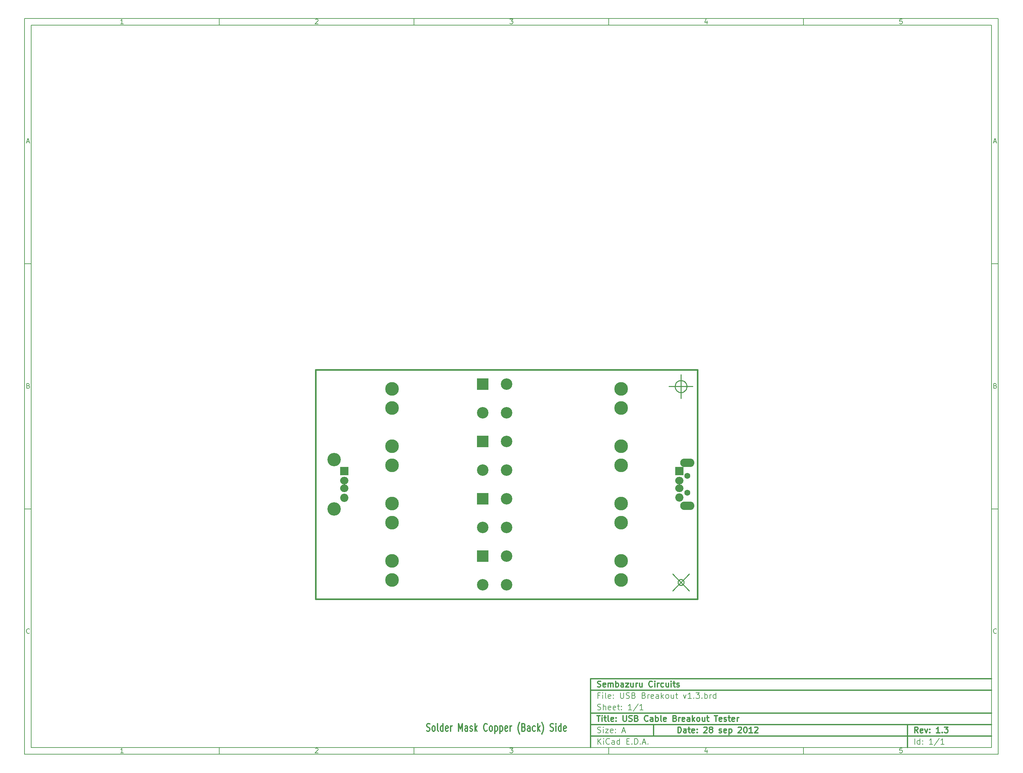
<source format=gbs>
G04 (created by PCBNEW-RS274X (2012-01-19 BZR 3256)-stable) date 28/09/2012 17:59:23*
G01*
G70*
G90*
%MOIN*%
G04 Gerber Fmt 3.4, Leading zero omitted, Abs format*
%FSLAX34Y34*%
G04 APERTURE LIST*
%ADD10C,0.006000*%
%ADD11C,0.012000*%
%ADD12C,0.010000*%
%ADD13C,0.015000*%
%ADD14R,0.120000X0.120000*%
%ADD15C,0.120000*%
%ADD16R,0.086200X0.086200*%
%ADD17O,0.086200X0.079100*%
%ADD18C,0.086200*%
%ADD19O,0.148400X0.089400*%
%ADD20C,0.063300*%
%ADD21C,0.140600*%
%ADD22C,0.143000*%
G04 APERTURE END LIST*
G54D10*
X-30500Y36750D02*
X71500Y36750D01*
X71500Y-40250D01*
X-30500Y-40250D01*
X-30500Y36750D01*
X-29800Y36050D02*
X70800Y36050D01*
X70800Y-39550D01*
X-29800Y-39550D01*
X-29800Y36050D01*
X-10100Y36750D02*
X-10100Y36050D01*
X-20157Y36198D02*
X-20443Y36198D01*
X-20300Y36198D02*
X-20300Y36698D01*
X-20348Y36626D01*
X-20395Y36579D01*
X-20443Y36555D01*
X-10100Y-40250D02*
X-10100Y-39550D01*
X-20157Y-40102D02*
X-20443Y-40102D01*
X-20300Y-40102D02*
X-20300Y-39602D01*
X-20348Y-39674D01*
X-20395Y-39721D01*
X-20443Y-39745D01*
X10300Y36750D02*
X10300Y36050D01*
X-00043Y36650D02*
X-00019Y36674D01*
X00029Y36698D01*
X00148Y36698D01*
X00195Y36674D01*
X00219Y36650D01*
X00243Y36602D01*
X00243Y36555D01*
X00219Y36483D01*
X-00067Y36198D01*
X00243Y36198D01*
X10300Y-40250D02*
X10300Y-39550D01*
X-00043Y-39650D02*
X-00019Y-39626D01*
X00029Y-39602D01*
X00148Y-39602D01*
X00195Y-39626D01*
X00219Y-39650D01*
X00243Y-39698D01*
X00243Y-39745D01*
X00219Y-39817D01*
X-00067Y-40102D01*
X00243Y-40102D01*
X30700Y36750D02*
X30700Y36050D01*
X20333Y36698D02*
X20643Y36698D01*
X20476Y36507D01*
X20548Y36507D01*
X20595Y36483D01*
X20619Y36460D01*
X20643Y36412D01*
X20643Y36293D01*
X20619Y36245D01*
X20595Y36221D01*
X20548Y36198D01*
X20405Y36198D01*
X20357Y36221D01*
X20333Y36245D01*
X30700Y-40250D02*
X30700Y-39550D01*
X20333Y-39602D02*
X20643Y-39602D01*
X20476Y-39793D01*
X20548Y-39793D01*
X20595Y-39817D01*
X20619Y-39840D01*
X20643Y-39888D01*
X20643Y-40007D01*
X20619Y-40055D01*
X20595Y-40079D01*
X20548Y-40102D01*
X20405Y-40102D01*
X20357Y-40079D01*
X20333Y-40055D01*
X51100Y36750D02*
X51100Y36050D01*
X40995Y36531D02*
X40995Y36198D01*
X40876Y36721D02*
X40757Y36364D01*
X41067Y36364D01*
X51100Y-40250D02*
X51100Y-39550D01*
X40995Y-39769D02*
X40995Y-40102D01*
X40876Y-39579D02*
X40757Y-39936D01*
X41067Y-39936D01*
X61419Y36698D02*
X61181Y36698D01*
X61157Y36460D01*
X61181Y36483D01*
X61229Y36507D01*
X61348Y36507D01*
X61395Y36483D01*
X61419Y36460D01*
X61443Y36412D01*
X61443Y36293D01*
X61419Y36245D01*
X61395Y36221D01*
X61348Y36198D01*
X61229Y36198D01*
X61181Y36221D01*
X61157Y36245D01*
X61419Y-39602D02*
X61181Y-39602D01*
X61157Y-39840D01*
X61181Y-39817D01*
X61229Y-39793D01*
X61348Y-39793D01*
X61395Y-39817D01*
X61419Y-39840D01*
X61443Y-39888D01*
X61443Y-40007D01*
X61419Y-40055D01*
X61395Y-40079D01*
X61348Y-40102D01*
X61229Y-40102D01*
X61181Y-40079D01*
X61157Y-40055D01*
X-30500Y11090D02*
X-29800Y11090D01*
X-30269Y23860D02*
X-30031Y23860D01*
X-30316Y23718D02*
X-30150Y24218D01*
X-29983Y23718D01*
X71500Y11090D02*
X70800Y11090D01*
X71031Y23860D02*
X71269Y23860D01*
X70984Y23718D02*
X71150Y24218D01*
X71317Y23718D01*
X-30500Y-14570D02*
X-29800Y-14570D01*
X-30114Y-01680D02*
X-30043Y-01704D01*
X-30019Y-01728D01*
X-29995Y-01776D01*
X-29995Y-01847D01*
X-30019Y-01895D01*
X-30043Y-01919D01*
X-30090Y-01942D01*
X-30281Y-01942D01*
X-30281Y-01442D01*
X-30114Y-01442D01*
X-30067Y-01466D01*
X-30043Y-01490D01*
X-30019Y-01538D01*
X-30019Y-01585D01*
X-30043Y-01633D01*
X-30067Y-01657D01*
X-30114Y-01680D01*
X-30281Y-01680D01*
X71500Y-14570D02*
X70800Y-14570D01*
X71186Y-01680D02*
X71257Y-01704D01*
X71281Y-01728D01*
X71305Y-01776D01*
X71305Y-01847D01*
X71281Y-01895D01*
X71257Y-01919D01*
X71210Y-01942D01*
X71019Y-01942D01*
X71019Y-01442D01*
X71186Y-01442D01*
X71233Y-01466D01*
X71257Y-01490D01*
X71281Y-01538D01*
X71281Y-01585D01*
X71257Y-01633D01*
X71233Y-01657D01*
X71186Y-01680D01*
X71019Y-01680D01*
X-29995Y-27555D02*
X-30019Y-27579D01*
X-30090Y-27602D01*
X-30138Y-27602D01*
X-30210Y-27579D01*
X-30257Y-27531D01*
X-30281Y-27483D01*
X-30305Y-27388D01*
X-30305Y-27317D01*
X-30281Y-27221D01*
X-30257Y-27174D01*
X-30210Y-27126D01*
X-30138Y-27102D01*
X-30090Y-27102D01*
X-30019Y-27126D01*
X-29995Y-27150D01*
X71305Y-27555D02*
X71281Y-27579D01*
X71210Y-27602D01*
X71162Y-27602D01*
X71090Y-27579D01*
X71043Y-27531D01*
X71019Y-27483D01*
X70995Y-27388D01*
X70995Y-27317D01*
X71019Y-27221D01*
X71043Y-27174D01*
X71090Y-27126D01*
X71162Y-27102D01*
X71210Y-27102D01*
X71281Y-27126D01*
X71305Y-27150D01*
G54D11*
X37943Y-37993D02*
X37943Y-37393D01*
X38086Y-37393D01*
X38171Y-37421D01*
X38229Y-37479D01*
X38257Y-37536D01*
X38286Y-37650D01*
X38286Y-37736D01*
X38257Y-37850D01*
X38229Y-37907D01*
X38171Y-37964D01*
X38086Y-37993D01*
X37943Y-37993D01*
X38800Y-37993D02*
X38800Y-37679D01*
X38771Y-37621D01*
X38714Y-37593D01*
X38600Y-37593D01*
X38543Y-37621D01*
X38800Y-37964D02*
X38743Y-37993D01*
X38600Y-37993D01*
X38543Y-37964D01*
X38514Y-37907D01*
X38514Y-37850D01*
X38543Y-37793D01*
X38600Y-37764D01*
X38743Y-37764D01*
X38800Y-37736D01*
X39000Y-37593D02*
X39229Y-37593D01*
X39086Y-37393D02*
X39086Y-37907D01*
X39114Y-37964D01*
X39172Y-37993D01*
X39229Y-37993D01*
X39657Y-37964D02*
X39600Y-37993D01*
X39486Y-37993D01*
X39429Y-37964D01*
X39400Y-37907D01*
X39400Y-37679D01*
X39429Y-37621D01*
X39486Y-37593D01*
X39600Y-37593D01*
X39657Y-37621D01*
X39686Y-37679D01*
X39686Y-37736D01*
X39400Y-37793D01*
X39943Y-37936D02*
X39971Y-37964D01*
X39943Y-37993D01*
X39914Y-37964D01*
X39943Y-37936D01*
X39943Y-37993D01*
X39943Y-37621D02*
X39971Y-37650D01*
X39943Y-37679D01*
X39914Y-37650D01*
X39943Y-37621D01*
X39943Y-37679D01*
X40657Y-37450D02*
X40686Y-37421D01*
X40743Y-37393D01*
X40886Y-37393D01*
X40943Y-37421D01*
X40972Y-37450D01*
X41000Y-37507D01*
X41000Y-37564D01*
X40972Y-37650D01*
X40629Y-37993D01*
X41000Y-37993D01*
X41343Y-37650D02*
X41285Y-37621D01*
X41257Y-37593D01*
X41228Y-37536D01*
X41228Y-37507D01*
X41257Y-37450D01*
X41285Y-37421D01*
X41343Y-37393D01*
X41457Y-37393D01*
X41514Y-37421D01*
X41543Y-37450D01*
X41571Y-37507D01*
X41571Y-37536D01*
X41543Y-37593D01*
X41514Y-37621D01*
X41457Y-37650D01*
X41343Y-37650D01*
X41285Y-37679D01*
X41257Y-37707D01*
X41228Y-37764D01*
X41228Y-37879D01*
X41257Y-37936D01*
X41285Y-37964D01*
X41343Y-37993D01*
X41457Y-37993D01*
X41514Y-37964D01*
X41543Y-37936D01*
X41571Y-37879D01*
X41571Y-37764D01*
X41543Y-37707D01*
X41514Y-37679D01*
X41457Y-37650D01*
X42256Y-37964D02*
X42313Y-37993D01*
X42428Y-37993D01*
X42485Y-37964D01*
X42513Y-37907D01*
X42513Y-37879D01*
X42485Y-37821D01*
X42428Y-37793D01*
X42342Y-37793D01*
X42285Y-37764D01*
X42256Y-37707D01*
X42256Y-37679D01*
X42285Y-37621D01*
X42342Y-37593D01*
X42428Y-37593D01*
X42485Y-37621D01*
X42999Y-37964D02*
X42942Y-37993D01*
X42828Y-37993D01*
X42771Y-37964D01*
X42742Y-37907D01*
X42742Y-37679D01*
X42771Y-37621D01*
X42828Y-37593D01*
X42942Y-37593D01*
X42999Y-37621D01*
X43028Y-37679D01*
X43028Y-37736D01*
X42742Y-37793D01*
X43285Y-37593D02*
X43285Y-38193D01*
X43285Y-37621D02*
X43342Y-37593D01*
X43456Y-37593D01*
X43513Y-37621D01*
X43542Y-37650D01*
X43571Y-37707D01*
X43571Y-37879D01*
X43542Y-37936D01*
X43513Y-37964D01*
X43456Y-37993D01*
X43342Y-37993D01*
X43285Y-37964D01*
X44256Y-37450D02*
X44285Y-37421D01*
X44342Y-37393D01*
X44485Y-37393D01*
X44542Y-37421D01*
X44571Y-37450D01*
X44599Y-37507D01*
X44599Y-37564D01*
X44571Y-37650D01*
X44228Y-37993D01*
X44599Y-37993D01*
X44970Y-37393D02*
X45027Y-37393D01*
X45084Y-37421D01*
X45113Y-37450D01*
X45142Y-37507D01*
X45170Y-37621D01*
X45170Y-37764D01*
X45142Y-37879D01*
X45113Y-37936D01*
X45084Y-37964D01*
X45027Y-37993D01*
X44970Y-37993D01*
X44913Y-37964D01*
X44884Y-37936D01*
X44856Y-37879D01*
X44827Y-37764D01*
X44827Y-37621D01*
X44856Y-37507D01*
X44884Y-37450D01*
X44913Y-37421D01*
X44970Y-37393D01*
X45741Y-37993D02*
X45398Y-37993D01*
X45570Y-37993D02*
X45570Y-37393D01*
X45513Y-37479D01*
X45455Y-37536D01*
X45398Y-37564D01*
X45969Y-37450D02*
X45998Y-37421D01*
X46055Y-37393D01*
X46198Y-37393D01*
X46255Y-37421D01*
X46284Y-37450D01*
X46312Y-37507D01*
X46312Y-37564D01*
X46284Y-37650D01*
X45941Y-37993D01*
X46312Y-37993D01*
G54D10*
X29543Y-39193D02*
X29543Y-38593D01*
X29886Y-39193D02*
X29629Y-38850D01*
X29886Y-38593D02*
X29543Y-38936D01*
X30143Y-39193D02*
X30143Y-38793D01*
X30143Y-38593D02*
X30114Y-38621D01*
X30143Y-38650D01*
X30171Y-38621D01*
X30143Y-38593D01*
X30143Y-38650D01*
X30772Y-39136D02*
X30743Y-39164D01*
X30657Y-39193D01*
X30600Y-39193D01*
X30515Y-39164D01*
X30457Y-39107D01*
X30429Y-39050D01*
X30400Y-38936D01*
X30400Y-38850D01*
X30429Y-38736D01*
X30457Y-38679D01*
X30515Y-38621D01*
X30600Y-38593D01*
X30657Y-38593D01*
X30743Y-38621D01*
X30772Y-38650D01*
X31286Y-39193D02*
X31286Y-38879D01*
X31257Y-38821D01*
X31200Y-38793D01*
X31086Y-38793D01*
X31029Y-38821D01*
X31286Y-39164D02*
X31229Y-39193D01*
X31086Y-39193D01*
X31029Y-39164D01*
X31000Y-39107D01*
X31000Y-39050D01*
X31029Y-38993D01*
X31086Y-38964D01*
X31229Y-38964D01*
X31286Y-38936D01*
X31829Y-39193D02*
X31829Y-38593D01*
X31829Y-39164D02*
X31772Y-39193D01*
X31658Y-39193D01*
X31600Y-39164D01*
X31572Y-39136D01*
X31543Y-39079D01*
X31543Y-38907D01*
X31572Y-38850D01*
X31600Y-38821D01*
X31658Y-38793D01*
X31772Y-38793D01*
X31829Y-38821D01*
X32572Y-38879D02*
X32772Y-38879D01*
X32858Y-39193D02*
X32572Y-39193D01*
X32572Y-38593D01*
X32858Y-38593D01*
X33115Y-39136D02*
X33143Y-39164D01*
X33115Y-39193D01*
X33086Y-39164D01*
X33115Y-39136D01*
X33115Y-39193D01*
X33401Y-39193D02*
X33401Y-38593D01*
X33544Y-38593D01*
X33629Y-38621D01*
X33687Y-38679D01*
X33715Y-38736D01*
X33744Y-38850D01*
X33744Y-38936D01*
X33715Y-39050D01*
X33687Y-39107D01*
X33629Y-39164D01*
X33544Y-39193D01*
X33401Y-39193D01*
X34001Y-39136D02*
X34029Y-39164D01*
X34001Y-39193D01*
X33972Y-39164D01*
X34001Y-39136D01*
X34001Y-39193D01*
X34258Y-39021D02*
X34544Y-39021D01*
X34201Y-39193D02*
X34401Y-38593D01*
X34601Y-39193D01*
X34801Y-39136D02*
X34829Y-39164D01*
X34801Y-39193D01*
X34772Y-39164D01*
X34801Y-39136D01*
X34801Y-39193D01*
G54D11*
X63086Y-37993D02*
X62886Y-37707D01*
X62743Y-37993D02*
X62743Y-37393D01*
X62971Y-37393D01*
X63029Y-37421D01*
X63057Y-37450D01*
X63086Y-37507D01*
X63086Y-37593D01*
X63057Y-37650D01*
X63029Y-37679D01*
X62971Y-37707D01*
X62743Y-37707D01*
X63571Y-37964D02*
X63514Y-37993D01*
X63400Y-37993D01*
X63343Y-37964D01*
X63314Y-37907D01*
X63314Y-37679D01*
X63343Y-37621D01*
X63400Y-37593D01*
X63514Y-37593D01*
X63571Y-37621D01*
X63600Y-37679D01*
X63600Y-37736D01*
X63314Y-37793D01*
X63800Y-37593D02*
X63943Y-37993D01*
X64085Y-37593D01*
X64314Y-37936D02*
X64342Y-37964D01*
X64314Y-37993D01*
X64285Y-37964D01*
X64314Y-37936D01*
X64314Y-37993D01*
X64314Y-37621D02*
X64342Y-37650D01*
X64314Y-37679D01*
X64285Y-37650D01*
X64314Y-37621D01*
X64314Y-37679D01*
X65371Y-37993D02*
X65028Y-37993D01*
X65200Y-37993D02*
X65200Y-37393D01*
X65143Y-37479D01*
X65085Y-37536D01*
X65028Y-37564D01*
X65628Y-37936D02*
X65656Y-37964D01*
X65628Y-37993D01*
X65599Y-37964D01*
X65628Y-37936D01*
X65628Y-37993D01*
X65857Y-37393D02*
X66228Y-37393D01*
X66028Y-37621D01*
X66114Y-37621D01*
X66171Y-37650D01*
X66200Y-37679D01*
X66228Y-37736D01*
X66228Y-37879D01*
X66200Y-37936D01*
X66171Y-37964D01*
X66114Y-37993D01*
X65942Y-37993D01*
X65885Y-37964D01*
X65857Y-37936D01*
G54D10*
X29514Y-37964D02*
X29600Y-37993D01*
X29743Y-37993D01*
X29800Y-37964D01*
X29829Y-37936D01*
X29857Y-37879D01*
X29857Y-37821D01*
X29829Y-37764D01*
X29800Y-37736D01*
X29743Y-37707D01*
X29629Y-37679D01*
X29571Y-37650D01*
X29543Y-37621D01*
X29514Y-37564D01*
X29514Y-37507D01*
X29543Y-37450D01*
X29571Y-37421D01*
X29629Y-37393D01*
X29771Y-37393D01*
X29857Y-37421D01*
X30114Y-37993D02*
X30114Y-37593D01*
X30114Y-37393D02*
X30085Y-37421D01*
X30114Y-37450D01*
X30142Y-37421D01*
X30114Y-37393D01*
X30114Y-37450D01*
X30343Y-37593D02*
X30657Y-37593D01*
X30343Y-37993D01*
X30657Y-37993D01*
X31114Y-37964D02*
X31057Y-37993D01*
X30943Y-37993D01*
X30886Y-37964D01*
X30857Y-37907D01*
X30857Y-37679D01*
X30886Y-37621D01*
X30943Y-37593D01*
X31057Y-37593D01*
X31114Y-37621D01*
X31143Y-37679D01*
X31143Y-37736D01*
X30857Y-37793D01*
X31400Y-37936D02*
X31428Y-37964D01*
X31400Y-37993D01*
X31371Y-37964D01*
X31400Y-37936D01*
X31400Y-37993D01*
X31400Y-37621D02*
X31428Y-37650D01*
X31400Y-37679D01*
X31371Y-37650D01*
X31400Y-37621D01*
X31400Y-37679D01*
X32114Y-37821D02*
X32400Y-37821D01*
X32057Y-37993D02*
X32257Y-37393D01*
X32457Y-37993D01*
X62743Y-39193D02*
X62743Y-38593D01*
X63286Y-39193D02*
X63286Y-38593D01*
X63286Y-39164D02*
X63229Y-39193D01*
X63115Y-39193D01*
X63057Y-39164D01*
X63029Y-39136D01*
X63000Y-39079D01*
X63000Y-38907D01*
X63029Y-38850D01*
X63057Y-38821D01*
X63115Y-38793D01*
X63229Y-38793D01*
X63286Y-38821D01*
X63572Y-39136D02*
X63600Y-39164D01*
X63572Y-39193D01*
X63543Y-39164D01*
X63572Y-39136D01*
X63572Y-39193D01*
X63572Y-38821D02*
X63600Y-38850D01*
X63572Y-38879D01*
X63543Y-38850D01*
X63572Y-38821D01*
X63572Y-38879D01*
X64629Y-39193D02*
X64286Y-39193D01*
X64458Y-39193D02*
X64458Y-38593D01*
X64401Y-38679D01*
X64343Y-38736D01*
X64286Y-38764D01*
X65314Y-38564D02*
X64800Y-39336D01*
X65829Y-39193D02*
X65486Y-39193D01*
X65658Y-39193D02*
X65658Y-38593D01*
X65601Y-38679D01*
X65543Y-38736D01*
X65486Y-38764D01*
G54D11*
X29457Y-36193D02*
X29800Y-36193D01*
X29629Y-36793D02*
X29629Y-36193D01*
X30000Y-36793D02*
X30000Y-36393D01*
X30000Y-36193D02*
X29971Y-36221D01*
X30000Y-36250D01*
X30028Y-36221D01*
X30000Y-36193D01*
X30000Y-36250D01*
X30200Y-36393D02*
X30429Y-36393D01*
X30286Y-36193D02*
X30286Y-36707D01*
X30314Y-36764D01*
X30372Y-36793D01*
X30429Y-36793D01*
X30715Y-36793D02*
X30657Y-36764D01*
X30629Y-36707D01*
X30629Y-36193D01*
X31171Y-36764D02*
X31114Y-36793D01*
X31000Y-36793D01*
X30943Y-36764D01*
X30914Y-36707D01*
X30914Y-36479D01*
X30943Y-36421D01*
X31000Y-36393D01*
X31114Y-36393D01*
X31171Y-36421D01*
X31200Y-36479D01*
X31200Y-36536D01*
X30914Y-36593D01*
X31457Y-36736D02*
X31485Y-36764D01*
X31457Y-36793D01*
X31428Y-36764D01*
X31457Y-36736D01*
X31457Y-36793D01*
X31457Y-36421D02*
X31485Y-36450D01*
X31457Y-36479D01*
X31428Y-36450D01*
X31457Y-36421D01*
X31457Y-36479D01*
X32200Y-36193D02*
X32200Y-36679D01*
X32228Y-36736D01*
X32257Y-36764D01*
X32314Y-36793D01*
X32428Y-36793D01*
X32486Y-36764D01*
X32514Y-36736D01*
X32543Y-36679D01*
X32543Y-36193D01*
X32800Y-36764D02*
X32886Y-36793D01*
X33029Y-36793D01*
X33086Y-36764D01*
X33115Y-36736D01*
X33143Y-36679D01*
X33143Y-36621D01*
X33115Y-36564D01*
X33086Y-36536D01*
X33029Y-36507D01*
X32915Y-36479D01*
X32857Y-36450D01*
X32829Y-36421D01*
X32800Y-36364D01*
X32800Y-36307D01*
X32829Y-36250D01*
X32857Y-36221D01*
X32915Y-36193D01*
X33057Y-36193D01*
X33143Y-36221D01*
X33600Y-36479D02*
X33686Y-36507D01*
X33714Y-36536D01*
X33743Y-36593D01*
X33743Y-36679D01*
X33714Y-36736D01*
X33686Y-36764D01*
X33628Y-36793D01*
X33400Y-36793D01*
X33400Y-36193D01*
X33600Y-36193D01*
X33657Y-36221D01*
X33686Y-36250D01*
X33714Y-36307D01*
X33714Y-36364D01*
X33686Y-36421D01*
X33657Y-36450D01*
X33600Y-36479D01*
X33400Y-36479D01*
X34800Y-36736D02*
X34771Y-36764D01*
X34685Y-36793D01*
X34628Y-36793D01*
X34543Y-36764D01*
X34485Y-36707D01*
X34457Y-36650D01*
X34428Y-36536D01*
X34428Y-36450D01*
X34457Y-36336D01*
X34485Y-36279D01*
X34543Y-36221D01*
X34628Y-36193D01*
X34685Y-36193D01*
X34771Y-36221D01*
X34800Y-36250D01*
X35314Y-36793D02*
X35314Y-36479D01*
X35285Y-36421D01*
X35228Y-36393D01*
X35114Y-36393D01*
X35057Y-36421D01*
X35314Y-36764D02*
X35257Y-36793D01*
X35114Y-36793D01*
X35057Y-36764D01*
X35028Y-36707D01*
X35028Y-36650D01*
X35057Y-36593D01*
X35114Y-36564D01*
X35257Y-36564D01*
X35314Y-36536D01*
X35600Y-36793D02*
X35600Y-36193D01*
X35600Y-36421D02*
X35657Y-36393D01*
X35771Y-36393D01*
X35828Y-36421D01*
X35857Y-36450D01*
X35886Y-36507D01*
X35886Y-36679D01*
X35857Y-36736D01*
X35828Y-36764D01*
X35771Y-36793D01*
X35657Y-36793D01*
X35600Y-36764D01*
X36229Y-36793D02*
X36171Y-36764D01*
X36143Y-36707D01*
X36143Y-36193D01*
X36685Y-36764D02*
X36628Y-36793D01*
X36514Y-36793D01*
X36457Y-36764D01*
X36428Y-36707D01*
X36428Y-36479D01*
X36457Y-36421D01*
X36514Y-36393D01*
X36628Y-36393D01*
X36685Y-36421D01*
X36714Y-36479D01*
X36714Y-36536D01*
X36428Y-36593D01*
X37628Y-36479D02*
X37714Y-36507D01*
X37742Y-36536D01*
X37771Y-36593D01*
X37771Y-36679D01*
X37742Y-36736D01*
X37714Y-36764D01*
X37656Y-36793D01*
X37428Y-36793D01*
X37428Y-36193D01*
X37628Y-36193D01*
X37685Y-36221D01*
X37714Y-36250D01*
X37742Y-36307D01*
X37742Y-36364D01*
X37714Y-36421D01*
X37685Y-36450D01*
X37628Y-36479D01*
X37428Y-36479D01*
X38028Y-36793D02*
X38028Y-36393D01*
X38028Y-36507D02*
X38056Y-36450D01*
X38085Y-36421D01*
X38142Y-36393D01*
X38199Y-36393D01*
X38627Y-36764D02*
X38570Y-36793D01*
X38456Y-36793D01*
X38399Y-36764D01*
X38370Y-36707D01*
X38370Y-36479D01*
X38399Y-36421D01*
X38456Y-36393D01*
X38570Y-36393D01*
X38627Y-36421D01*
X38656Y-36479D01*
X38656Y-36536D01*
X38370Y-36593D01*
X39170Y-36793D02*
X39170Y-36479D01*
X39141Y-36421D01*
X39084Y-36393D01*
X38970Y-36393D01*
X38913Y-36421D01*
X39170Y-36764D02*
X39113Y-36793D01*
X38970Y-36793D01*
X38913Y-36764D01*
X38884Y-36707D01*
X38884Y-36650D01*
X38913Y-36593D01*
X38970Y-36564D01*
X39113Y-36564D01*
X39170Y-36536D01*
X39456Y-36793D02*
X39456Y-36193D01*
X39513Y-36564D02*
X39684Y-36793D01*
X39684Y-36393D02*
X39456Y-36621D01*
X40028Y-36793D02*
X39970Y-36764D01*
X39942Y-36736D01*
X39913Y-36679D01*
X39913Y-36507D01*
X39942Y-36450D01*
X39970Y-36421D01*
X40028Y-36393D01*
X40113Y-36393D01*
X40170Y-36421D01*
X40199Y-36450D01*
X40228Y-36507D01*
X40228Y-36679D01*
X40199Y-36736D01*
X40170Y-36764D01*
X40113Y-36793D01*
X40028Y-36793D01*
X40742Y-36393D02*
X40742Y-36793D01*
X40485Y-36393D02*
X40485Y-36707D01*
X40513Y-36764D01*
X40571Y-36793D01*
X40656Y-36793D01*
X40713Y-36764D01*
X40742Y-36736D01*
X40942Y-36393D02*
X41171Y-36393D01*
X41028Y-36193D02*
X41028Y-36707D01*
X41056Y-36764D01*
X41114Y-36793D01*
X41171Y-36793D01*
X41742Y-36193D02*
X42085Y-36193D01*
X41914Y-36793D02*
X41914Y-36193D01*
X42513Y-36764D02*
X42456Y-36793D01*
X42342Y-36793D01*
X42285Y-36764D01*
X42256Y-36707D01*
X42256Y-36479D01*
X42285Y-36421D01*
X42342Y-36393D01*
X42456Y-36393D01*
X42513Y-36421D01*
X42542Y-36479D01*
X42542Y-36536D01*
X42256Y-36593D01*
X42770Y-36764D02*
X42827Y-36793D01*
X42942Y-36793D01*
X42999Y-36764D01*
X43027Y-36707D01*
X43027Y-36679D01*
X42999Y-36621D01*
X42942Y-36593D01*
X42856Y-36593D01*
X42799Y-36564D01*
X42770Y-36507D01*
X42770Y-36479D01*
X42799Y-36421D01*
X42856Y-36393D01*
X42942Y-36393D01*
X42999Y-36421D01*
X43199Y-36393D02*
X43428Y-36393D01*
X43285Y-36193D02*
X43285Y-36707D01*
X43313Y-36764D01*
X43371Y-36793D01*
X43428Y-36793D01*
X43856Y-36764D02*
X43799Y-36793D01*
X43685Y-36793D01*
X43628Y-36764D01*
X43599Y-36707D01*
X43599Y-36479D01*
X43628Y-36421D01*
X43685Y-36393D01*
X43799Y-36393D01*
X43856Y-36421D01*
X43885Y-36479D01*
X43885Y-36536D01*
X43599Y-36593D01*
X44142Y-36793D02*
X44142Y-36393D01*
X44142Y-36507D02*
X44170Y-36450D01*
X44199Y-36421D01*
X44256Y-36393D01*
X44313Y-36393D01*
G54D10*
X29743Y-34079D02*
X29543Y-34079D01*
X29543Y-34393D02*
X29543Y-33793D01*
X29829Y-33793D01*
X30057Y-34393D02*
X30057Y-33993D01*
X30057Y-33793D02*
X30028Y-33821D01*
X30057Y-33850D01*
X30085Y-33821D01*
X30057Y-33793D01*
X30057Y-33850D01*
X30429Y-34393D02*
X30371Y-34364D01*
X30343Y-34307D01*
X30343Y-33793D01*
X30885Y-34364D02*
X30828Y-34393D01*
X30714Y-34393D01*
X30657Y-34364D01*
X30628Y-34307D01*
X30628Y-34079D01*
X30657Y-34021D01*
X30714Y-33993D01*
X30828Y-33993D01*
X30885Y-34021D01*
X30914Y-34079D01*
X30914Y-34136D01*
X30628Y-34193D01*
X31171Y-34336D02*
X31199Y-34364D01*
X31171Y-34393D01*
X31142Y-34364D01*
X31171Y-34336D01*
X31171Y-34393D01*
X31171Y-34021D02*
X31199Y-34050D01*
X31171Y-34079D01*
X31142Y-34050D01*
X31171Y-34021D01*
X31171Y-34079D01*
X31914Y-33793D02*
X31914Y-34279D01*
X31942Y-34336D01*
X31971Y-34364D01*
X32028Y-34393D01*
X32142Y-34393D01*
X32200Y-34364D01*
X32228Y-34336D01*
X32257Y-34279D01*
X32257Y-33793D01*
X32514Y-34364D02*
X32600Y-34393D01*
X32743Y-34393D01*
X32800Y-34364D01*
X32829Y-34336D01*
X32857Y-34279D01*
X32857Y-34221D01*
X32829Y-34164D01*
X32800Y-34136D01*
X32743Y-34107D01*
X32629Y-34079D01*
X32571Y-34050D01*
X32543Y-34021D01*
X32514Y-33964D01*
X32514Y-33907D01*
X32543Y-33850D01*
X32571Y-33821D01*
X32629Y-33793D01*
X32771Y-33793D01*
X32857Y-33821D01*
X33314Y-34079D02*
X33400Y-34107D01*
X33428Y-34136D01*
X33457Y-34193D01*
X33457Y-34279D01*
X33428Y-34336D01*
X33400Y-34364D01*
X33342Y-34393D01*
X33114Y-34393D01*
X33114Y-33793D01*
X33314Y-33793D01*
X33371Y-33821D01*
X33400Y-33850D01*
X33428Y-33907D01*
X33428Y-33964D01*
X33400Y-34021D01*
X33371Y-34050D01*
X33314Y-34079D01*
X33114Y-34079D01*
X34371Y-34079D02*
X34457Y-34107D01*
X34485Y-34136D01*
X34514Y-34193D01*
X34514Y-34279D01*
X34485Y-34336D01*
X34457Y-34364D01*
X34399Y-34393D01*
X34171Y-34393D01*
X34171Y-33793D01*
X34371Y-33793D01*
X34428Y-33821D01*
X34457Y-33850D01*
X34485Y-33907D01*
X34485Y-33964D01*
X34457Y-34021D01*
X34428Y-34050D01*
X34371Y-34079D01*
X34171Y-34079D01*
X34771Y-34393D02*
X34771Y-33993D01*
X34771Y-34107D02*
X34799Y-34050D01*
X34828Y-34021D01*
X34885Y-33993D01*
X34942Y-33993D01*
X35370Y-34364D02*
X35313Y-34393D01*
X35199Y-34393D01*
X35142Y-34364D01*
X35113Y-34307D01*
X35113Y-34079D01*
X35142Y-34021D01*
X35199Y-33993D01*
X35313Y-33993D01*
X35370Y-34021D01*
X35399Y-34079D01*
X35399Y-34136D01*
X35113Y-34193D01*
X35913Y-34393D02*
X35913Y-34079D01*
X35884Y-34021D01*
X35827Y-33993D01*
X35713Y-33993D01*
X35656Y-34021D01*
X35913Y-34364D02*
X35856Y-34393D01*
X35713Y-34393D01*
X35656Y-34364D01*
X35627Y-34307D01*
X35627Y-34250D01*
X35656Y-34193D01*
X35713Y-34164D01*
X35856Y-34164D01*
X35913Y-34136D01*
X36199Y-34393D02*
X36199Y-33793D01*
X36256Y-34164D02*
X36427Y-34393D01*
X36427Y-33993D02*
X36199Y-34221D01*
X36771Y-34393D02*
X36713Y-34364D01*
X36685Y-34336D01*
X36656Y-34279D01*
X36656Y-34107D01*
X36685Y-34050D01*
X36713Y-34021D01*
X36771Y-33993D01*
X36856Y-33993D01*
X36913Y-34021D01*
X36942Y-34050D01*
X36971Y-34107D01*
X36971Y-34279D01*
X36942Y-34336D01*
X36913Y-34364D01*
X36856Y-34393D01*
X36771Y-34393D01*
X37485Y-33993D02*
X37485Y-34393D01*
X37228Y-33993D02*
X37228Y-34307D01*
X37256Y-34364D01*
X37314Y-34393D01*
X37399Y-34393D01*
X37456Y-34364D01*
X37485Y-34336D01*
X37685Y-33993D02*
X37914Y-33993D01*
X37771Y-33793D02*
X37771Y-34307D01*
X37799Y-34364D01*
X37857Y-34393D01*
X37914Y-34393D01*
X38514Y-33993D02*
X38657Y-34393D01*
X38799Y-33993D01*
X39342Y-34393D02*
X38999Y-34393D01*
X39171Y-34393D02*
X39171Y-33793D01*
X39114Y-33879D01*
X39056Y-33936D01*
X38999Y-33964D01*
X39599Y-34336D02*
X39627Y-34364D01*
X39599Y-34393D01*
X39570Y-34364D01*
X39599Y-34336D01*
X39599Y-34393D01*
X39828Y-33793D02*
X40199Y-33793D01*
X39999Y-34021D01*
X40085Y-34021D01*
X40142Y-34050D01*
X40171Y-34079D01*
X40199Y-34136D01*
X40199Y-34279D01*
X40171Y-34336D01*
X40142Y-34364D01*
X40085Y-34393D01*
X39913Y-34393D01*
X39856Y-34364D01*
X39828Y-34336D01*
X40456Y-34336D02*
X40484Y-34364D01*
X40456Y-34393D01*
X40427Y-34364D01*
X40456Y-34336D01*
X40456Y-34393D01*
X40742Y-34393D02*
X40742Y-33793D01*
X40742Y-34021D02*
X40799Y-33993D01*
X40913Y-33993D01*
X40970Y-34021D01*
X40999Y-34050D01*
X41028Y-34107D01*
X41028Y-34279D01*
X40999Y-34336D01*
X40970Y-34364D01*
X40913Y-34393D01*
X40799Y-34393D01*
X40742Y-34364D01*
X41285Y-34393D02*
X41285Y-33993D01*
X41285Y-34107D02*
X41313Y-34050D01*
X41342Y-34021D01*
X41399Y-33993D01*
X41456Y-33993D01*
X41913Y-34393D02*
X41913Y-33793D01*
X41913Y-34364D02*
X41856Y-34393D01*
X41742Y-34393D01*
X41684Y-34364D01*
X41656Y-34336D01*
X41627Y-34279D01*
X41627Y-34107D01*
X41656Y-34050D01*
X41684Y-34021D01*
X41742Y-33993D01*
X41856Y-33993D01*
X41913Y-34021D01*
X29514Y-35564D02*
X29600Y-35593D01*
X29743Y-35593D01*
X29800Y-35564D01*
X29829Y-35536D01*
X29857Y-35479D01*
X29857Y-35421D01*
X29829Y-35364D01*
X29800Y-35336D01*
X29743Y-35307D01*
X29629Y-35279D01*
X29571Y-35250D01*
X29543Y-35221D01*
X29514Y-35164D01*
X29514Y-35107D01*
X29543Y-35050D01*
X29571Y-35021D01*
X29629Y-34993D01*
X29771Y-34993D01*
X29857Y-35021D01*
X30114Y-35593D02*
X30114Y-34993D01*
X30371Y-35593D02*
X30371Y-35279D01*
X30342Y-35221D01*
X30285Y-35193D01*
X30200Y-35193D01*
X30142Y-35221D01*
X30114Y-35250D01*
X30885Y-35564D02*
X30828Y-35593D01*
X30714Y-35593D01*
X30657Y-35564D01*
X30628Y-35507D01*
X30628Y-35279D01*
X30657Y-35221D01*
X30714Y-35193D01*
X30828Y-35193D01*
X30885Y-35221D01*
X30914Y-35279D01*
X30914Y-35336D01*
X30628Y-35393D01*
X31399Y-35564D02*
X31342Y-35593D01*
X31228Y-35593D01*
X31171Y-35564D01*
X31142Y-35507D01*
X31142Y-35279D01*
X31171Y-35221D01*
X31228Y-35193D01*
X31342Y-35193D01*
X31399Y-35221D01*
X31428Y-35279D01*
X31428Y-35336D01*
X31142Y-35393D01*
X31599Y-35193D02*
X31828Y-35193D01*
X31685Y-34993D02*
X31685Y-35507D01*
X31713Y-35564D01*
X31771Y-35593D01*
X31828Y-35593D01*
X32028Y-35536D02*
X32056Y-35564D01*
X32028Y-35593D01*
X31999Y-35564D01*
X32028Y-35536D01*
X32028Y-35593D01*
X32028Y-35221D02*
X32056Y-35250D01*
X32028Y-35279D01*
X31999Y-35250D01*
X32028Y-35221D01*
X32028Y-35279D01*
X33085Y-35593D02*
X32742Y-35593D01*
X32914Y-35593D02*
X32914Y-34993D01*
X32857Y-35079D01*
X32799Y-35136D01*
X32742Y-35164D01*
X33770Y-34964D02*
X33256Y-35736D01*
X34285Y-35593D02*
X33942Y-35593D01*
X34114Y-35593D02*
X34114Y-34993D01*
X34057Y-35079D01*
X33999Y-35136D01*
X33942Y-35164D01*
G54D11*
X29514Y-33164D02*
X29600Y-33193D01*
X29743Y-33193D01*
X29800Y-33164D01*
X29829Y-33136D01*
X29857Y-33079D01*
X29857Y-33021D01*
X29829Y-32964D01*
X29800Y-32936D01*
X29743Y-32907D01*
X29629Y-32879D01*
X29571Y-32850D01*
X29543Y-32821D01*
X29514Y-32764D01*
X29514Y-32707D01*
X29543Y-32650D01*
X29571Y-32621D01*
X29629Y-32593D01*
X29771Y-32593D01*
X29857Y-32621D01*
X30342Y-33164D02*
X30285Y-33193D01*
X30171Y-33193D01*
X30114Y-33164D01*
X30085Y-33107D01*
X30085Y-32879D01*
X30114Y-32821D01*
X30171Y-32793D01*
X30285Y-32793D01*
X30342Y-32821D01*
X30371Y-32879D01*
X30371Y-32936D01*
X30085Y-32993D01*
X30628Y-33193D02*
X30628Y-32793D01*
X30628Y-32850D02*
X30656Y-32821D01*
X30714Y-32793D01*
X30799Y-32793D01*
X30856Y-32821D01*
X30885Y-32879D01*
X30885Y-33193D01*
X30885Y-32879D02*
X30914Y-32821D01*
X30971Y-32793D01*
X31056Y-32793D01*
X31114Y-32821D01*
X31142Y-32879D01*
X31142Y-33193D01*
X31428Y-33193D02*
X31428Y-32593D01*
X31428Y-32821D02*
X31485Y-32793D01*
X31599Y-32793D01*
X31656Y-32821D01*
X31685Y-32850D01*
X31714Y-32907D01*
X31714Y-33079D01*
X31685Y-33136D01*
X31656Y-33164D01*
X31599Y-33193D01*
X31485Y-33193D01*
X31428Y-33164D01*
X32228Y-33193D02*
X32228Y-32879D01*
X32199Y-32821D01*
X32142Y-32793D01*
X32028Y-32793D01*
X31971Y-32821D01*
X32228Y-33164D02*
X32171Y-33193D01*
X32028Y-33193D01*
X31971Y-33164D01*
X31942Y-33107D01*
X31942Y-33050D01*
X31971Y-32993D01*
X32028Y-32964D01*
X32171Y-32964D01*
X32228Y-32936D01*
X32457Y-32793D02*
X32771Y-32793D01*
X32457Y-33193D01*
X32771Y-33193D01*
X33257Y-32793D02*
X33257Y-33193D01*
X33000Y-32793D02*
X33000Y-33107D01*
X33028Y-33164D01*
X33086Y-33193D01*
X33171Y-33193D01*
X33228Y-33164D01*
X33257Y-33136D01*
X33543Y-33193D02*
X33543Y-32793D01*
X33543Y-32907D02*
X33571Y-32850D01*
X33600Y-32821D01*
X33657Y-32793D01*
X33714Y-32793D01*
X34171Y-32793D02*
X34171Y-33193D01*
X33914Y-32793D02*
X33914Y-33107D01*
X33942Y-33164D01*
X34000Y-33193D01*
X34085Y-33193D01*
X34142Y-33164D01*
X34171Y-33136D01*
X35257Y-33136D02*
X35228Y-33164D01*
X35142Y-33193D01*
X35085Y-33193D01*
X35000Y-33164D01*
X34942Y-33107D01*
X34914Y-33050D01*
X34885Y-32936D01*
X34885Y-32850D01*
X34914Y-32736D01*
X34942Y-32679D01*
X35000Y-32621D01*
X35085Y-32593D01*
X35142Y-32593D01*
X35228Y-32621D01*
X35257Y-32650D01*
X35514Y-33193D02*
X35514Y-32793D01*
X35514Y-32593D02*
X35485Y-32621D01*
X35514Y-32650D01*
X35542Y-32621D01*
X35514Y-32593D01*
X35514Y-32650D01*
X35800Y-33193D02*
X35800Y-32793D01*
X35800Y-32907D02*
X35828Y-32850D01*
X35857Y-32821D01*
X35914Y-32793D01*
X35971Y-32793D01*
X36428Y-33164D02*
X36371Y-33193D01*
X36257Y-33193D01*
X36199Y-33164D01*
X36171Y-33136D01*
X36142Y-33079D01*
X36142Y-32907D01*
X36171Y-32850D01*
X36199Y-32821D01*
X36257Y-32793D01*
X36371Y-32793D01*
X36428Y-32821D01*
X36942Y-32793D02*
X36942Y-33193D01*
X36685Y-32793D02*
X36685Y-33107D01*
X36713Y-33164D01*
X36771Y-33193D01*
X36856Y-33193D01*
X36913Y-33164D01*
X36942Y-33136D01*
X37228Y-33193D02*
X37228Y-32793D01*
X37228Y-32593D02*
X37199Y-32621D01*
X37228Y-32650D01*
X37256Y-32621D01*
X37228Y-32593D01*
X37228Y-32650D01*
X37428Y-32793D02*
X37657Y-32793D01*
X37514Y-32593D02*
X37514Y-33107D01*
X37542Y-33164D01*
X37600Y-33193D01*
X37657Y-33193D01*
X37828Y-33164D02*
X37885Y-33193D01*
X38000Y-33193D01*
X38057Y-33164D01*
X38085Y-33107D01*
X38085Y-33079D01*
X38057Y-33021D01*
X38000Y-32993D01*
X37914Y-32993D01*
X37857Y-32964D01*
X37828Y-32907D01*
X37828Y-32879D01*
X37857Y-32821D01*
X37914Y-32793D01*
X38000Y-32793D01*
X38057Y-32821D01*
X28800Y-32350D02*
X28800Y-39550D01*
X28800Y-33550D02*
X70800Y-33550D01*
X28800Y-32350D02*
X70800Y-32350D01*
X28800Y-35950D02*
X70800Y-35950D01*
X62000Y-37150D02*
X62000Y-39550D01*
X28800Y-38350D02*
X70800Y-38350D01*
X28800Y-37150D02*
X70800Y-37150D01*
X35400Y-37150D02*
X35400Y-38350D01*
X11614Y-37786D02*
X11700Y-37824D01*
X11843Y-37824D01*
X11900Y-37786D01*
X11929Y-37748D01*
X11957Y-37671D01*
X11957Y-37595D01*
X11929Y-37519D01*
X11900Y-37481D01*
X11843Y-37443D01*
X11729Y-37405D01*
X11671Y-37367D01*
X11643Y-37329D01*
X11614Y-37252D01*
X11614Y-37176D01*
X11643Y-37100D01*
X11671Y-37062D01*
X11729Y-37024D01*
X11871Y-37024D01*
X11957Y-37062D01*
X12300Y-37824D02*
X12242Y-37786D01*
X12214Y-37748D01*
X12185Y-37671D01*
X12185Y-37443D01*
X12214Y-37367D01*
X12242Y-37329D01*
X12300Y-37290D01*
X12385Y-37290D01*
X12442Y-37329D01*
X12471Y-37367D01*
X12500Y-37443D01*
X12500Y-37671D01*
X12471Y-37748D01*
X12442Y-37786D01*
X12385Y-37824D01*
X12300Y-37824D01*
X12843Y-37824D02*
X12785Y-37786D01*
X12757Y-37710D01*
X12757Y-37024D01*
X13328Y-37824D02*
X13328Y-37024D01*
X13328Y-37786D02*
X13271Y-37824D01*
X13157Y-37824D01*
X13099Y-37786D01*
X13071Y-37748D01*
X13042Y-37671D01*
X13042Y-37443D01*
X13071Y-37367D01*
X13099Y-37329D01*
X13157Y-37290D01*
X13271Y-37290D01*
X13328Y-37329D01*
X13842Y-37786D02*
X13785Y-37824D01*
X13671Y-37824D01*
X13614Y-37786D01*
X13585Y-37710D01*
X13585Y-37405D01*
X13614Y-37329D01*
X13671Y-37290D01*
X13785Y-37290D01*
X13842Y-37329D01*
X13871Y-37405D01*
X13871Y-37481D01*
X13585Y-37557D01*
X14128Y-37824D02*
X14128Y-37290D01*
X14128Y-37443D02*
X14156Y-37367D01*
X14185Y-37329D01*
X14242Y-37290D01*
X14299Y-37290D01*
X14956Y-37824D02*
X14956Y-37024D01*
X15156Y-37595D01*
X15356Y-37024D01*
X15356Y-37824D01*
X15899Y-37824D02*
X15899Y-37405D01*
X15870Y-37329D01*
X15813Y-37290D01*
X15699Y-37290D01*
X15642Y-37329D01*
X15899Y-37786D02*
X15842Y-37824D01*
X15699Y-37824D01*
X15642Y-37786D01*
X15613Y-37710D01*
X15613Y-37633D01*
X15642Y-37557D01*
X15699Y-37519D01*
X15842Y-37519D01*
X15899Y-37481D01*
X16156Y-37786D02*
X16213Y-37824D01*
X16328Y-37824D01*
X16385Y-37786D01*
X16413Y-37710D01*
X16413Y-37671D01*
X16385Y-37595D01*
X16328Y-37557D01*
X16242Y-37557D01*
X16185Y-37519D01*
X16156Y-37443D01*
X16156Y-37405D01*
X16185Y-37329D01*
X16242Y-37290D01*
X16328Y-37290D01*
X16385Y-37329D01*
X16671Y-37824D02*
X16671Y-37024D01*
X16728Y-37519D02*
X16899Y-37824D01*
X16899Y-37290D02*
X16671Y-37595D01*
X17957Y-37748D02*
X17928Y-37786D01*
X17842Y-37824D01*
X17785Y-37824D01*
X17700Y-37786D01*
X17642Y-37710D01*
X17614Y-37633D01*
X17585Y-37481D01*
X17585Y-37367D01*
X17614Y-37214D01*
X17642Y-37138D01*
X17700Y-37062D01*
X17785Y-37024D01*
X17842Y-37024D01*
X17928Y-37062D01*
X17957Y-37100D01*
X18300Y-37824D02*
X18242Y-37786D01*
X18214Y-37748D01*
X18185Y-37671D01*
X18185Y-37443D01*
X18214Y-37367D01*
X18242Y-37329D01*
X18300Y-37290D01*
X18385Y-37290D01*
X18442Y-37329D01*
X18471Y-37367D01*
X18500Y-37443D01*
X18500Y-37671D01*
X18471Y-37748D01*
X18442Y-37786D01*
X18385Y-37824D01*
X18300Y-37824D01*
X18757Y-37290D02*
X18757Y-38090D01*
X18757Y-37329D02*
X18814Y-37290D01*
X18928Y-37290D01*
X18985Y-37329D01*
X19014Y-37367D01*
X19043Y-37443D01*
X19043Y-37671D01*
X19014Y-37748D01*
X18985Y-37786D01*
X18928Y-37824D01*
X18814Y-37824D01*
X18757Y-37786D01*
X19300Y-37290D02*
X19300Y-38090D01*
X19300Y-37329D02*
X19357Y-37290D01*
X19471Y-37290D01*
X19528Y-37329D01*
X19557Y-37367D01*
X19586Y-37443D01*
X19586Y-37671D01*
X19557Y-37748D01*
X19528Y-37786D01*
X19471Y-37824D01*
X19357Y-37824D01*
X19300Y-37786D01*
X20071Y-37786D02*
X20014Y-37824D01*
X19900Y-37824D01*
X19843Y-37786D01*
X19814Y-37710D01*
X19814Y-37405D01*
X19843Y-37329D01*
X19900Y-37290D01*
X20014Y-37290D01*
X20071Y-37329D01*
X20100Y-37405D01*
X20100Y-37481D01*
X19814Y-37557D01*
X20357Y-37824D02*
X20357Y-37290D01*
X20357Y-37443D02*
X20385Y-37367D01*
X20414Y-37329D01*
X20471Y-37290D01*
X20528Y-37290D01*
X21356Y-38129D02*
X21328Y-38090D01*
X21271Y-37976D01*
X21242Y-37900D01*
X21213Y-37786D01*
X21185Y-37595D01*
X21185Y-37443D01*
X21213Y-37252D01*
X21242Y-37138D01*
X21271Y-37062D01*
X21328Y-36948D01*
X21356Y-36910D01*
X21785Y-37405D02*
X21871Y-37443D01*
X21899Y-37481D01*
X21928Y-37557D01*
X21928Y-37671D01*
X21899Y-37748D01*
X21871Y-37786D01*
X21813Y-37824D01*
X21585Y-37824D01*
X21585Y-37024D01*
X21785Y-37024D01*
X21842Y-37062D01*
X21871Y-37100D01*
X21899Y-37176D01*
X21899Y-37252D01*
X21871Y-37329D01*
X21842Y-37367D01*
X21785Y-37405D01*
X21585Y-37405D01*
X22442Y-37824D02*
X22442Y-37405D01*
X22413Y-37329D01*
X22356Y-37290D01*
X22242Y-37290D01*
X22185Y-37329D01*
X22442Y-37786D02*
X22385Y-37824D01*
X22242Y-37824D01*
X22185Y-37786D01*
X22156Y-37710D01*
X22156Y-37633D01*
X22185Y-37557D01*
X22242Y-37519D01*
X22385Y-37519D01*
X22442Y-37481D01*
X22985Y-37786D02*
X22928Y-37824D01*
X22814Y-37824D01*
X22756Y-37786D01*
X22728Y-37748D01*
X22699Y-37671D01*
X22699Y-37443D01*
X22728Y-37367D01*
X22756Y-37329D01*
X22814Y-37290D01*
X22928Y-37290D01*
X22985Y-37329D01*
X23242Y-37824D02*
X23242Y-37024D01*
X23299Y-37519D02*
X23470Y-37824D01*
X23470Y-37290D02*
X23242Y-37595D01*
X23671Y-38129D02*
X23699Y-38090D01*
X23756Y-37976D01*
X23785Y-37900D01*
X23814Y-37786D01*
X23842Y-37595D01*
X23842Y-37443D01*
X23814Y-37252D01*
X23785Y-37138D01*
X23756Y-37062D01*
X23699Y-36948D01*
X23671Y-36910D01*
X24556Y-37786D02*
X24642Y-37824D01*
X24785Y-37824D01*
X24842Y-37786D01*
X24871Y-37748D01*
X24899Y-37671D01*
X24899Y-37595D01*
X24871Y-37519D01*
X24842Y-37481D01*
X24785Y-37443D01*
X24671Y-37405D01*
X24613Y-37367D01*
X24585Y-37329D01*
X24556Y-37252D01*
X24556Y-37176D01*
X24585Y-37100D01*
X24613Y-37062D01*
X24671Y-37024D01*
X24813Y-37024D01*
X24899Y-37062D01*
X25156Y-37824D02*
X25156Y-37290D01*
X25156Y-37024D02*
X25127Y-37062D01*
X25156Y-37100D01*
X25184Y-37062D01*
X25156Y-37024D01*
X25156Y-37100D01*
X25699Y-37824D02*
X25699Y-37024D01*
X25699Y-37786D02*
X25642Y-37824D01*
X25528Y-37824D01*
X25470Y-37786D01*
X25442Y-37748D01*
X25413Y-37671D01*
X25413Y-37443D01*
X25442Y-37367D01*
X25470Y-37329D01*
X25528Y-37290D01*
X25642Y-37290D01*
X25699Y-37329D01*
X26213Y-37786D02*
X26156Y-37824D01*
X26042Y-37824D01*
X25985Y-37786D01*
X25956Y-37710D01*
X25956Y-37405D01*
X25985Y-37329D01*
X26042Y-37290D01*
X26156Y-37290D01*
X26213Y-37329D01*
X26242Y-37405D01*
X26242Y-37481D01*
X25956Y-37557D01*
G54D12*
X38562Y-22250D02*
X38556Y-22310D01*
X38538Y-22368D01*
X38509Y-22422D01*
X38471Y-22469D01*
X38424Y-22508D01*
X38370Y-22537D01*
X38312Y-22555D01*
X38252Y-22561D01*
X38192Y-22556D01*
X38134Y-22539D01*
X38080Y-22511D01*
X38032Y-22472D01*
X37993Y-22426D01*
X37964Y-22372D01*
X37945Y-22314D01*
X37939Y-22254D01*
X37944Y-22194D01*
X37960Y-22136D01*
X37988Y-22081D01*
X38026Y-22034D01*
X38072Y-21994D01*
X38126Y-21965D01*
X38184Y-21946D01*
X38244Y-21939D01*
X38304Y-21943D01*
X38362Y-21960D01*
X38417Y-21987D01*
X38465Y-22025D01*
X38504Y-22071D01*
X38535Y-22124D01*
X38554Y-22181D01*
X38561Y-22242D01*
X38562Y-22250D01*
X37375Y-21375D02*
X39125Y-23125D01*
X37375Y-23125D02*
X39125Y-21375D01*
X38875Y-01750D02*
X38863Y-01871D01*
X38827Y-01988D01*
X38770Y-02095D01*
X38693Y-02190D01*
X38599Y-02268D01*
X38492Y-02326D01*
X38375Y-02362D01*
X38254Y-02374D01*
X38133Y-02363D01*
X38016Y-02329D01*
X37908Y-02272D01*
X37813Y-02196D01*
X37735Y-02103D01*
X37676Y-01996D01*
X37639Y-01879D01*
X37626Y-01758D01*
X37636Y-01638D01*
X37669Y-01520D01*
X37725Y-01412D01*
X37801Y-01316D01*
X37894Y-01237D01*
X38000Y-01178D01*
X38116Y-01140D01*
X38237Y-01126D01*
X38358Y-01135D01*
X38476Y-01168D01*
X38584Y-01223D01*
X38681Y-01298D01*
X38760Y-01390D01*
X38820Y-01496D01*
X38859Y-01612D01*
X38874Y-01733D01*
X38875Y-01750D01*
X37000Y-01750D02*
X39500Y-01750D01*
X38250Y-00500D02*
X38250Y-03000D01*
G54D13*
X40000Y-24000D02*
X00000Y-24000D01*
X00000Y00000D02*
X40000Y00000D01*
X00000Y-24000D02*
X00000Y00000D01*
X40000Y00000D02*
X40000Y-24000D01*
G54D14*
X17500Y-01500D03*
G54D15*
X20000Y-01500D03*
X17500Y-04500D03*
X20000Y-04500D03*
G54D16*
X38100Y-10622D03*
G54D17*
X38100Y-11606D03*
X38100Y-12394D03*
G54D18*
X38100Y-13378D03*
G54D19*
X38927Y-09756D03*
X38927Y-14244D03*
G54D20*
X38927Y-11114D03*
X38927Y-12886D03*
G54D14*
X17500Y-19500D03*
G54D15*
X20000Y-19500D03*
X17500Y-22500D03*
X20000Y-22500D03*
G54D14*
X17500Y-13500D03*
G54D15*
X20000Y-13500D03*
X17500Y-16500D03*
X20000Y-16500D03*
G54D14*
X17500Y-07500D03*
G54D15*
X20000Y-07500D03*
X17500Y-10500D03*
X20000Y-10500D03*
G54D18*
X03000Y-13400D03*
G54D17*
X03000Y-12400D03*
X03000Y-11600D03*
G54D16*
X03000Y-10600D03*
G54D21*
X01933Y-14587D03*
X01933Y-09413D03*
G54D22*
X08000Y-16000D03*
X08000Y-14000D03*
X32000Y-04000D03*
X32000Y-02000D03*
X08000Y-22000D03*
X08000Y-20000D03*
X08000Y-10000D03*
X08000Y-08000D03*
X32000Y-22000D03*
X32000Y-20000D03*
X32000Y-16000D03*
X32000Y-14000D03*
X32000Y-10000D03*
X32000Y-08000D03*
X08000Y-04000D03*
X08000Y-02000D03*
M02*

</source>
